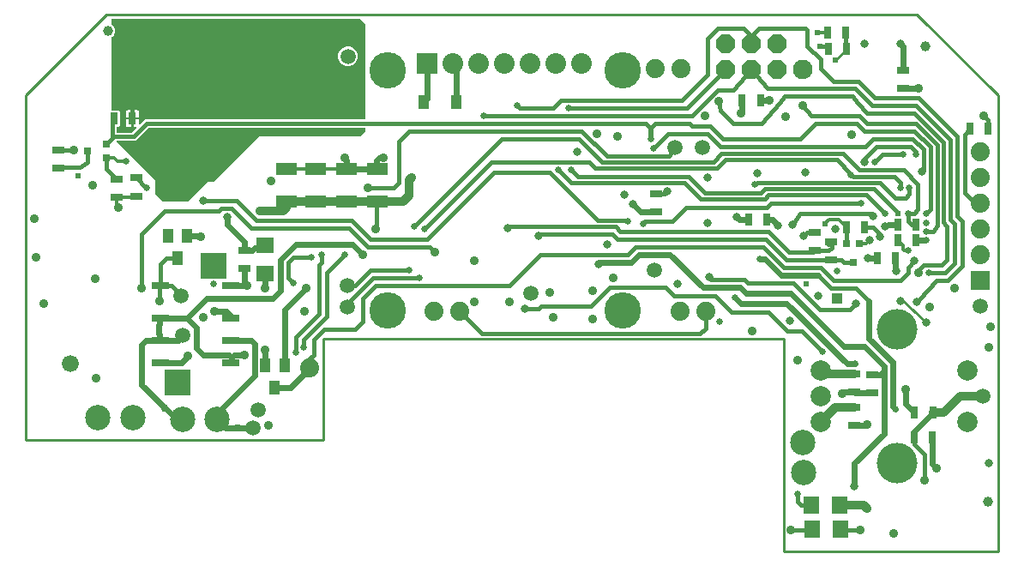
<source format=gbl>
G04 EAGLE Gerber RS-274X export*
G75*
%MOMM*%
%FSLAX34Y34*%
%LPD*%
%INBottom Copper*%
%IPPOS*%
%AMOC8*
5,1,8,0,0,1.08239X$1,22.5*%
G01*
%ADD10C,2.000000*%
%ADD11C,4.000000*%
%ADD12R,0.800000X1.200000*%
%ADD13R,2.032000X2.032000*%
%ADD14C,2.032000*%
%ADD15C,3.600000*%
%ADD16R,1.200000X0.800000*%
%ADD17R,0.700000X0.700000*%
%ADD18R,1.600000X1.800000*%
%ADD19R,2.000000X1.200000*%
%ADD20R,1.000000X1.400000*%
%ADD21C,1.000000*%
%ADD22C,1.500000*%
%ADD23C,1.879600*%
%ADD24R,1.879600X1.879600*%
%ADD25R,1.800000X0.800000*%
%ADD26R,2.500000X2.500000*%
%ADD27R,1.800000X1.600000*%
%ADD28P,2.034460X8X22.500000*%
%ADD29R,1.114600X1.361200*%
%ADD30C,0.762000*%
%ADD31C,0.914400*%
%ADD32C,0.304800*%
%ADD33C,0.609600*%
%ADD34C,0.812800*%
%ADD35C,0.635000*%
%ADD36C,0.406400*%
%ADD37C,0.609600*%
%ADD38C,0.812800*%
%ADD39C,0.603500*%
%ADD40C,2.500000*%
%ADD41C,1.676400*%
%ADD42C,1.930400*%
%ADD43C,1.016000*%
%ADD44R,1.016000X1.016000*%
%ADD45C,0.254000*%
%ADD46C,0.254000*%

G36*
X104594Y303266D02*
X104594Y303266D01*
X104602Y303265D01*
X104692Y303286D01*
X104783Y303304D01*
X104789Y303309D01*
X104797Y303311D01*
X104945Y303413D01*
X109365Y307833D01*
X109366Y307836D01*
X109369Y307837D01*
X109421Y307918D01*
X109476Y308000D01*
X109476Y308003D01*
X109478Y308005D01*
X109495Y308101D01*
X109513Y308197D01*
X109513Y308200D01*
X109513Y308202D01*
X109492Y308299D01*
X109472Y308393D01*
X109470Y308395D01*
X109470Y308398D01*
X109413Y308478D01*
X109358Y308558D01*
X109355Y308559D01*
X109354Y308561D01*
X109271Y308613D01*
X109188Y308665D01*
X109186Y308666D01*
X109184Y308667D01*
X109006Y308699D01*
X106415Y308699D01*
X106415Y316225D01*
X111941Y316225D01*
X111941Y311634D01*
X111941Y311631D01*
X111941Y311629D01*
X111961Y311534D01*
X111980Y311437D01*
X111982Y311435D01*
X111982Y311432D01*
X112038Y311352D01*
X112093Y311271D01*
X112095Y311270D01*
X112097Y311268D01*
X112180Y311215D01*
X112261Y311162D01*
X112264Y311162D01*
X112266Y311160D01*
X112362Y311144D01*
X112458Y311127D01*
X112461Y311127D01*
X112463Y311127D01*
X112557Y311149D01*
X112654Y311170D01*
X112656Y311172D01*
X112659Y311172D01*
X112807Y311275D01*
X118016Y316485D01*
X335000Y316485D01*
X335005Y316486D01*
X335010Y316485D01*
X335103Y316506D01*
X335197Y316524D01*
X335201Y316527D01*
X335206Y316528D01*
X335284Y316584D01*
X335362Y316637D01*
X335365Y316641D01*
X335369Y316644D01*
X335420Y316726D01*
X335472Y316805D01*
X335472Y316810D01*
X335475Y316815D01*
X335507Y316992D01*
X335507Y410000D01*
X335506Y410008D01*
X335507Y410015D01*
X335486Y410105D01*
X335468Y410197D01*
X335463Y410203D01*
X335461Y410211D01*
X335359Y410359D01*
X330359Y415359D01*
X330352Y415363D01*
X330348Y415369D01*
X330269Y415418D01*
X330192Y415470D01*
X330184Y415471D01*
X330177Y415475D01*
X330000Y415507D01*
X85000Y415507D01*
X84995Y415506D01*
X84990Y415507D01*
X84897Y415486D01*
X84804Y415468D01*
X84799Y415465D01*
X84794Y415464D01*
X84716Y415408D01*
X84638Y415355D01*
X84635Y415351D01*
X84631Y415348D01*
X84580Y415266D01*
X84528Y415187D01*
X84528Y415182D01*
X84525Y415177D01*
X84493Y415000D01*
X84493Y410480D01*
X84494Y410474D01*
X84493Y410467D01*
X84514Y410376D01*
X84532Y410284D01*
X84536Y410278D01*
X84538Y410272D01*
X84592Y410195D01*
X84645Y410118D01*
X84650Y410114D01*
X84654Y410109D01*
X84806Y410012D01*
X85264Y409822D01*
X87242Y407844D01*
X88313Y405259D01*
X88313Y402461D01*
X87242Y399876D01*
X85264Y397898D01*
X84806Y397708D01*
X84800Y397705D01*
X84794Y397703D01*
X84717Y397649D01*
X84640Y397597D01*
X84636Y397591D01*
X84631Y397587D01*
X84581Y397507D01*
X84529Y397429D01*
X84528Y397423D01*
X84525Y397417D01*
X84493Y397240D01*
X84493Y325780D01*
X84494Y325775D01*
X84493Y325770D01*
X84514Y325677D01*
X84532Y325583D01*
X84535Y325579D01*
X84536Y325574D01*
X84592Y325496D01*
X84645Y325418D01*
X84649Y325415D01*
X84652Y325411D01*
X84734Y325360D01*
X84813Y325308D01*
X84818Y325308D01*
X84823Y325305D01*
X85000Y325273D01*
X92242Y325273D01*
X93433Y324082D01*
X93433Y310398D01*
X92242Y309207D01*
X89972Y309207D01*
X89967Y309206D01*
X89962Y309207D01*
X89869Y309186D01*
X89775Y309168D01*
X89771Y309165D01*
X89766Y309164D01*
X89688Y309108D01*
X89610Y309055D01*
X89607Y309051D01*
X89603Y309048D01*
X89552Y308966D01*
X89500Y308887D01*
X89500Y308882D01*
X89497Y308877D01*
X89465Y308700D01*
X89465Y303772D01*
X89466Y303767D01*
X89465Y303762D01*
X89486Y303669D01*
X89504Y303575D01*
X89507Y303571D01*
X89508Y303566D01*
X89564Y303488D01*
X89617Y303410D01*
X89621Y303407D01*
X89624Y303403D01*
X89706Y303352D01*
X89785Y303300D01*
X89790Y303300D01*
X89795Y303297D01*
X89972Y303265D01*
X104586Y303265D01*
X104594Y303266D01*
G37*
G36*
X159610Y234963D02*
X159610Y234963D01*
X159709Y234966D01*
X159767Y234983D01*
X159828Y234991D01*
X159920Y235027D01*
X160015Y235055D01*
X160067Y235085D01*
X160123Y235108D01*
X160203Y235166D01*
X160289Y235216D01*
X160364Y235282D01*
X160381Y235294D01*
X160388Y235304D01*
X160410Y235323D01*
X179580Y254493D01*
X185000Y254493D01*
X185008Y254494D01*
X185015Y254493D01*
X185105Y254514D01*
X185197Y254532D01*
X185203Y254537D01*
X185211Y254539D01*
X185359Y254641D01*
X230210Y299493D01*
X330000Y299493D01*
X330008Y299494D01*
X330015Y299493D01*
X330105Y299514D01*
X330197Y299532D01*
X330203Y299537D01*
X330211Y299539D01*
X330359Y299641D01*
X335359Y304641D01*
X335363Y304648D01*
X335369Y304652D01*
X335418Y304731D01*
X335470Y304808D01*
X335471Y304816D01*
X335475Y304823D01*
X335507Y305000D01*
X335507Y307848D01*
X335506Y307853D01*
X335507Y307858D01*
X335486Y307951D01*
X335468Y308045D01*
X335465Y308049D01*
X335464Y308054D01*
X335408Y308132D01*
X335355Y308210D01*
X335351Y308213D01*
X335348Y308217D01*
X335266Y308268D01*
X335187Y308320D01*
X335182Y308320D01*
X335177Y308323D01*
X335000Y308355D01*
X121594Y308355D01*
X121586Y308354D01*
X121578Y308355D01*
X121488Y308334D01*
X121397Y308316D01*
X121391Y308311D01*
X121383Y308309D01*
X121235Y308207D01*
X119742Y306714D01*
X119742Y306713D01*
X119498Y306470D01*
X108164Y295135D01*
X90372Y295135D01*
X90369Y295135D01*
X90367Y295135D01*
X90272Y295115D01*
X90175Y295096D01*
X90173Y295094D01*
X90171Y295094D01*
X90090Y295038D01*
X90010Y294983D01*
X90008Y294981D01*
X90006Y294979D01*
X89953Y294896D01*
X89900Y294815D01*
X89900Y294812D01*
X89899Y294810D01*
X89882Y294714D01*
X89865Y294618D01*
X89865Y294615D01*
X89865Y294613D01*
X89887Y294519D01*
X89908Y294422D01*
X89910Y294420D01*
X89911Y294417D01*
X90013Y294269D01*
X119130Y265153D01*
X119139Y265078D01*
X119142Y264979D01*
X119159Y264921D01*
X119167Y264860D01*
X119203Y264768D01*
X119231Y264673D01*
X119261Y264621D01*
X119284Y264565D01*
X119342Y264485D01*
X119392Y264399D01*
X119458Y264324D01*
X119470Y264307D01*
X119480Y264300D01*
X119499Y264279D01*
X127763Y256014D01*
X127763Y243840D01*
X127775Y243742D01*
X127778Y243643D01*
X127789Y243605D01*
X127790Y243599D01*
X127796Y243580D01*
X127803Y243524D01*
X127839Y243432D01*
X127867Y243337D01*
X127884Y243308D01*
X127888Y243296D01*
X127902Y243273D01*
X127920Y243229D01*
X127978Y243149D01*
X128028Y243063D01*
X128053Y243036D01*
X128058Y243027D01*
X128070Y243016D01*
X128094Y242988D01*
X128106Y242971D01*
X128116Y242964D01*
X128135Y242943D01*
X135755Y235323D01*
X135833Y235262D01*
X135905Y235194D01*
X135958Y235165D01*
X136006Y235128D01*
X136097Y235088D01*
X136183Y235040D01*
X136242Y235025D01*
X136298Y235001D01*
X136396Y234986D01*
X136491Y234961D01*
X136591Y234955D01*
X136612Y234951D01*
X136624Y234953D01*
X136652Y234951D01*
X159512Y234951D01*
X159610Y234963D01*
G37*
%LPC*%
G36*
X316120Y369087D02*
X316120Y369087D01*
X312616Y370539D01*
X309935Y373220D01*
X308483Y376724D01*
X308483Y380516D01*
X309935Y384020D01*
X312616Y386701D01*
X313155Y386925D01*
X314379Y387432D01*
X314380Y387432D01*
X315604Y387939D01*
X316120Y388153D01*
X319912Y388153D01*
X323416Y386701D01*
X326097Y384020D01*
X327549Y380516D01*
X327549Y376724D01*
X326097Y373220D01*
X323416Y370539D01*
X322372Y370106D01*
X321148Y369599D01*
X321147Y369599D01*
X319923Y369092D01*
X319912Y369087D01*
X316120Y369087D01*
G37*
%LPD*%
%LPC*%
G36*
X106415Y318255D02*
X106415Y318255D01*
X106415Y325781D01*
X109735Y325781D01*
X110381Y325608D01*
X110960Y325273D01*
X111433Y324800D01*
X111768Y324221D01*
X111941Y323575D01*
X111941Y318255D01*
X106415Y318255D01*
G37*
%LPD*%
%LPC*%
G36*
X98859Y318255D02*
X98859Y318255D01*
X98859Y323575D01*
X99032Y324221D01*
X99367Y324800D01*
X99840Y325273D01*
X100419Y325608D01*
X101065Y325781D01*
X104385Y325781D01*
X104385Y318255D01*
X98859Y318255D01*
G37*
%LPD*%
%LPC*%
G36*
X101065Y308699D02*
X101065Y308699D01*
X100419Y308872D01*
X99840Y309207D01*
X99367Y309680D01*
X99032Y310259D01*
X98859Y310905D01*
X98859Y316225D01*
X104385Y316225D01*
X104385Y308699D01*
X101065Y308699D01*
G37*
%LPD*%
%LPC*%
G36*
X105399Y317239D02*
X105399Y317239D01*
X105399Y317241D01*
X105401Y317241D01*
X105401Y317239D01*
X105399Y317239D01*
G37*
%LPD*%
D10*
X785070Y68600D03*
X785070Y17800D03*
X785070Y43200D03*
D11*
X860000Y-22840D03*
X860000Y109240D03*
D10*
X929850Y17800D03*
X929850Y68600D03*
D12*
X828277Y210058D03*
X810277Y210058D03*
D13*
X396320Y371420D03*
D14*
X421720Y371420D03*
X447120Y371420D03*
X472520Y371420D03*
X497920Y371420D03*
X523320Y371420D03*
D15*
X589120Y127820D03*
X357120Y127820D03*
X357120Y364820D03*
X589120Y364820D03*
D14*
X548720Y371420D03*
D16*
X817880Y13860D03*
X817880Y31860D03*
X817880Y46880D03*
X817880Y64880D03*
D12*
X879077Y212598D03*
X861077Y212598D03*
D16*
X779399Y204707D03*
X779399Y186707D03*
X795401Y177817D03*
X795401Y195817D03*
D12*
X858757Y179578D03*
X840757Y179578D03*
X879077Y197358D03*
X861077Y197358D03*
D17*
X810237Y193908D03*
X823237Y193908D03*
X816737Y175408D03*
D12*
X877206Y2413D03*
X895206Y2413D03*
D18*
X776321Y-88138D03*
X804321Y-88138D03*
D16*
X89662Y239666D03*
X89662Y257666D03*
X109347Y240555D03*
X109347Y258555D03*
D19*
X317119Y235079D03*
X317119Y267079D03*
X286639Y235079D03*
X286639Y267079D03*
X347218Y235587D03*
X347218Y267587D03*
X257429Y235079D03*
X257429Y267079D03*
D20*
X246001Y51741D03*
X255501Y73741D03*
X236501Y73741D03*
D21*
X81280Y403860D03*
X888619Y388366D03*
X949960Y-60960D03*
D12*
X950324Y306832D03*
X932324Y306832D03*
D16*
X866140Y346600D03*
X866140Y364600D03*
D22*
X229616Y29591D03*
D23*
X621411Y366522D03*
X646811Y366522D03*
D24*
X942340Y157480D03*
D23*
X942340Y182880D03*
X942340Y208280D03*
X942340Y233680D03*
X942340Y259080D03*
X942340Y284480D03*
D12*
X725280Y335280D03*
X707280Y335280D03*
D25*
X202640Y152300D03*
X132640Y152300D03*
X202640Y120300D03*
X132640Y120300D03*
X202640Y98300D03*
X132640Y98300D03*
X202640Y76300D03*
X132640Y76300D03*
D26*
X185140Y171800D03*
X150140Y56800D03*
D16*
X215900Y186800D03*
X215900Y168800D03*
D20*
X149860Y179500D03*
X159360Y201500D03*
X140360Y201500D03*
D27*
X236220Y163800D03*
X236220Y191800D03*
D16*
X622300Y224680D03*
X622300Y242680D03*
D12*
X731630Y217170D03*
X713630Y217170D03*
D18*
X775940Y-64770D03*
X803940Y-64770D03*
D28*
X690880Y365760D03*
X690880Y391160D03*
X716280Y365760D03*
X716280Y391160D03*
X741680Y365760D03*
X741680Y391160D03*
D16*
X835660Y46372D03*
X835660Y64372D03*
D22*
X498348Y144526D03*
D23*
X280670Y71120D03*
D22*
X641350Y288290D03*
X317500Y152400D03*
X317500Y130810D03*
X153670Y142240D03*
X621030Y167640D03*
X668020Y288290D03*
X154940Y102870D03*
X224790Y11430D03*
X942340Y132080D03*
X944880Y43180D03*
D12*
X895460Y26670D03*
X877460Y26670D03*
D22*
X318016Y378620D03*
D23*
X402844Y127000D03*
X428244Y127000D03*
X645668Y127000D03*
X671068Y127000D03*
D17*
X79500Y291710D03*
X79500Y278710D03*
X61000Y285210D03*
D16*
X32300Y268000D03*
X32300Y286000D03*
D12*
X105400Y317240D03*
X87400Y317240D03*
X810160Y385670D03*
X792160Y385670D03*
X791880Y402100D03*
X809880Y402100D03*
D29*
X393256Y333800D03*
X425264Y333800D03*
D30*
X137000Y31000D03*
X209000Y12000D03*
D31*
X68580Y158750D03*
X17780Y134620D03*
X8890Y218440D03*
X66040Y251460D03*
D32*
X89662Y239666D02*
X108458Y239666D01*
X109347Y240555D01*
X89662Y239666D02*
X89662Y230886D01*
X91440Y229108D01*
D31*
X91440Y229108D03*
X193040Y322072D03*
X136398Y342900D03*
X242062Y255270D03*
D32*
X257429Y267079D02*
X286639Y267079D01*
D33*
X317119Y267079D02*
X346710Y267079D01*
D32*
X347218Y267587D01*
D33*
X317119Y267079D02*
X317119Y275971D01*
X314960Y278130D01*
D31*
X314960Y278130D03*
D32*
X317119Y267079D02*
X286639Y267079D01*
D34*
X833120Y196850D03*
D35*
X889000Y196850D03*
D31*
X881380Y346710D03*
X892810Y130810D03*
X951230Y91440D03*
D34*
X951230Y-22860D03*
D31*
X856996Y-92710D03*
X160020Y82550D03*
D33*
X153770Y76300D02*
X132640Y76300D01*
X153770Y76300D02*
X160020Y82550D01*
D31*
X69850Y60960D03*
X175260Y120650D03*
D35*
X185420Y153670D03*
D31*
X275590Y127000D03*
X353060Y278130D03*
D33*
X349250Y278130D01*
X346710Y275590D01*
X346710Y268095D01*
D32*
X347218Y267587D01*
D31*
X560070Y119380D03*
X580390Y160020D03*
D34*
X574040Y193040D03*
X673100Y214122D03*
X722630Y262890D03*
X673100Y259080D03*
D31*
X670560Y320040D03*
D34*
X544830Y284480D03*
D31*
X750570Y318770D03*
D33*
X734060Y335280D02*
X725280Y335280D01*
D31*
X734060Y335280D03*
D35*
X801370Y166370D03*
D34*
X768350Y201422D03*
D31*
X186690Y127000D03*
X236220Y88900D03*
X240030Y13970D03*
D34*
X599440Y232410D03*
D33*
X731630Y217170D02*
X737616Y217170D01*
X742950Y211836D01*
D34*
X742950Y211836D03*
D33*
X858757Y179578D02*
X858757Y167403D01*
X859790Y166370D01*
D34*
X859790Y166370D03*
D33*
X879077Y197358D02*
X888492Y197358D01*
D32*
X889000Y196850D01*
X830178Y193908D02*
X823237Y193908D01*
X830178Y193908D02*
X833120Y196850D01*
D31*
X945642Y320040D03*
D34*
X199390Y219710D03*
D33*
X215900Y186800D02*
X223630Y186800D01*
X226060Y189230D01*
X233650Y189230D01*
D32*
X236220Y191800D01*
D33*
X817880Y13860D02*
X829200Y13860D01*
X830580Y15240D01*
D31*
X830580Y15240D03*
D33*
X817880Y46880D02*
X807610Y46880D01*
X806450Y45720D01*
D31*
X806450Y45720D03*
D33*
X236501Y73741D02*
X236501Y89181D01*
D36*
X202640Y120300D02*
X202640Y122480D01*
D33*
X198120Y127000D01*
X186690Y127000D01*
X236220Y88900D02*
X236501Y89181D01*
X607170Y224680D02*
X622300Y224680D01*
X607170Y224680D02*
X599440Y232410D01*
X866140Y346600D02*
X881270Y346600D01*
D36*
X881380Y346710D01*
D33*
X199390Y219710D02*
X199390Y212090D01*
X215900Y195580D01*
X215900Y186800D01*
D37*
X770890Y153670D03*
D35*
X151130Y289560D03*
X143510Y289560D03*
X135890Y289560D03*
X133350Y281940D03*
X140970Y281940D03*
X148590Y281940D03*
X151130Y274320D03*
X143510Y274320D03*
X135890Y274320D03*
X133350Y266700D03*
X140970Y266700D03*
X148590Y266700D03*
D34*
X754380Y117856D03*
D36*
X771635Y204707D02*
X779399Y204707D01*
X771635Y204707D02*
X768350Y201422D01*
X950324Y306832D02*
X950324Y315358D01*
X945642Y320040D01*
D31*
X517398Y145796D03*
X830580Y-68072D03*
D38*
X827278Y-64770D02*
X803940Y-64770D01*
X827278Y-64770D02*
X830580Y-68072D01*
D34*
X643636Y154178D03*
D33*
X818388Y46372D02*
X835660Y46372D01*
D36*
X818388Y46372D02*
X817880Y46880D01*
D31*
X442976Y136144D03*
D33*
X222760Y98300D02*
X202640Y98300D01*
X226060Y95000D02*
X226060Y63500D01*
X226060Y95000D02*
X222760Y98300D01*
D36*
X105400Y317240D02*
X105400Y325530D01*
X105200Y325730D01*
D39*
X105000Y405000D03*
X115000Y405000D03*
X125000Y405000D03*
X135000Y405000D03*
X145000Y405000D03*
X155000Y405000D03*
X165000Y405000D03*
X175000Y405000D03*
X185000Y405000D03*
X195000Y405000D03*
X205000Y405000D03*
X215000Y405000D03*
X225000Y405000D03*
X235000Y405000D03*
X245000Y405000D03*
X255000Y405000D03*
X265000Y405000D03*
X275000Y405000D03*
X110000Y395000D03*
X120000Y395000D03*
X130000Y395000D03*
X140000Y395000D03*
X150000Y395000D03*
X160000Y395000D03*
X170000Y395000D03*
X180000Y395000D03*
X190000Y395000D03*
X200000Y395000D03*
X210000Y395000D03*
X220000Y395000D03*
X230000Y395000D03*
X240000Y395000D03*
X250000Y395000D03*
X260000Y395000D03*
X270000Y395000D03*
X280000Y395000D03*
X105000Y385000D03*
X115000Y385000D03*
X125000Y385000D03*
X135000Y385000D03*
X145000Y385000D03*
X155000Y385000D03*
X165000Y385000D03*
X175000Y385000D03*
X185000Y385000D03*
X195000Y385000D03*
X205000Y385000D03*
X215000Y385000D03*
X225000Y385000D03*
X235000Y385000D03*
X245000Y385000D03*
X255000Y385000D03*
X265000Y385000D03*
X275000Y385000D03*
X110000Y375000D03*
X120000Y375000D03*
X130000Y375000D03*
X140000Y375000D03*
X150000Y375000D03*
X160000Y375000D03*
X170000Y375000D03*
X180000Y375000D03*
X190000Y375000D03*
X200000Y375000D03*
X210000Y375000D03*
X220000Y375000D03*
X230000Y375000D03*
X240000Y375000D03*
X250000Y375000D03*
X260000Y375000D03*
X95000Y365000D03*
X105000Y365000D03*
X115000Y365000D03*
X125000Y365000D03*
X100000Y355000D03*
X110000Y355000D03*
X120000Y355000D03*
X130000Y355000D03*
X95000Y345000D03*
X105000Y345000D03*
X115000Y345000D03*
X125000Y345000D03*
X100000Y335000D03*
X110000Y335000D03*
X120000Y335000D03*
X130000Y335000D03*
D32*
X782600Y402100D02*
X791880Y402100D01*
X782600Y402100D02*
X782500Y402200D01*
X781598Y402200D01*
X781198Y401800D01*
D39*
X781198Y401800D03*
D36*
X105400Y329600D02*
X105400Y317240D01*
X105400Y329600D02*
X100000Y335000D01*
D39*
X290700Y324300D03*
X300900Y324300D03*
X312100Y324700D03*
X323100Y325100D03*
D33*
X396320Y336864D02*
X396320Y371420D01*
X396320Y336864D02*
X393256Y333800D01*
D37*
X52000Y261000D03*
D40*
X71000Y22000D03*
X189000Y20000D03*
D33*
X197570Y11430D02*
X224790Y11430D01*
X197570Y11430D02*
X189000Y20000D01*
X209000Y12000D02*
X209570Y11430D01*
X224790Y11430D01*
X189000Y20000D02*
X189000Y26440D01*
X226060Y63500D01*
D36*
X810237Y193908D02*
X810237Y210018D01*
X810277Y210058D01*
D37*
X789432Y212852D03*
D32*
X789432Y213868D01*
X792988Y217424D01*
X802640Y217424D01*
X803656Y216408D01*
X803927Y216408D01*
X810277Y210058D01*
D41*
X44450Y75438D03*
D31*
X47380Y285950D03*
X815340Y300990D03*
X559816Y146812D03*
X520700Y120650D03*
X477520Y136144D03*
D36*
X32420Y285880D02*
X32300Y286000D01*
X47310Y285880D02*
X47380Y285950D01*
X47310Y285880D02*
X32420Y285880D01*
D39*
X783800Y388900D03*
D36*
X788930Y388900D01*
X792160Y385670D01*
D35*
X314960Y182880D03*
X274320Y91440D03*
D36*
X297180Y121920D02*
X297180Y165100D01*
X314960Y182880D01*
X297180Y121920D02*
X274320Y99060D01*
X274320Y91440D01*
D35*
X292100Y182880D03*
X266700Y86360D03*
D36*
X289560Y124460D02*
X289560Y172720D01*
X292100Y175260D01*
X292100Y182880D01*
X289560Y124460D02*
X266700Y101600D01*
X266700Y86360D01*
X274320Y71120D02*
X280670Y71120D01*
D34*
X877570Y176530D03*
D33*
X261291Y51741D02*
X246001Y51741D01*
X261291Y51741D02*
X280670Y71120D01*
D36*
X280670Y80010D01*
X284480Y83820D01*
X284480Y99060D01*
X294640Y109220D01*
X325120Y109220D01*
X332740Y116840D01*
X332740Y139700D01*
X345440Y152400D01*
X477520Y152400D01*
X508000Y182880D01*
X594360Y182880D01*
X601980Y190500D01*
X727964Y190500D01*
X748284Y170180D01*
X784860Y170180D01*
X797560Y157480D01*
X863600Y157480D01*
X871220Y165100D01*
X871220Y170180D01*
X877570Y176530D01*
D34*
X843280Y200660D03*
D36*
X843280Y203200D01*
X836422Y210058D01*
X828277Y210058D01*
D35*
X594360Y215900D03*
D34*
X175260Y236220D03*
D36*
X228092Y216408D02*
X322072Y216408D01*
X340360Y198120D01*
X396240Y198120D01*
X462280Y264160D01*
X517550Y264160D01*
X564690Y217020D01*
X593240Y217020D01*
X594360Y215900D01*
X228092Y216408D02*
X208280Y236220D01*
X175260Y236220D01*
D31*
X337820Y248920D03*
D36*
X363220Y248920D01*
X368300Y254000D01*
X368300Y294640D01*
X378460Y304800D01*
X548640Y304800D01*
X574040Y280416D01*
D35*
X889000Y205740D03*
D36*
X635000Y280416D02*
X574040Y280416D01*
X635000Y280416D02*
X641350Y288290D01*
X889000Y205740D02*
X895604Y205740D01*
X900176Y211836D01*
X900176Y291084D01*
X878840Y312420D01*
X830580Y312420D01*
X822960Y320040D01*
X775970Y320040D01*
D42*
X767080Y365760D03*
D36*
X767080Y330200D02*
X775970Y320040D01*
D31*
X767080Y330200D03*
D35*
X700532Y140208D03*
D33*
X706120Y134620D02*
X751332Y134620D01*
D35*
X818896Y75184D03*
D33*
X706120Y134620D02*
X700532Y140208D01*
X751332Y134620D02*
X810768Y75184D01*
X818896Y75184D01*
D38*
X817880Y64880D02*
X788790Y64880D01*
D43*
X785070Y68600D01*
D38*
X799130Y31860D02*
X817880Y31860D01*
X799130Y31860D02*
X785070Y17800D01*
D35*
X724916Y178308D03*
D33*
X832612Y136652D02*
X832612Y100076D01*
X855980Y76708D01*
X855980Y33020D01*
X858520Y30480D01*
D35*
X858520Y30480D03*
D33*
X782320Y162560D02*
X745744Y162560D01*
D36*
X782320Y162560D02*
X795020Y149860D01*
D33*
X745744Y162560D02*
X729996Y178308D01*
X724916Y178308D01*
D36*
X795020Y149860D02*
X819404Y149860D01*
X832612Y136652D01*
D35*
X538480Y266700D03*
D37*
X860806Y223774D03*
D36*
X654304Y260096D02*
X545084Y260096D01*
X538480Y266700D01*
X860806Y223774D02*
X861060Y224028D01*
X837184Y247904D01*
X729488Y247904D01*
X725424Y243840D01*
X670560Y243840D01*
X654304Y260096D01*
D35*
X485140Y330200D03*
D36*
X487680Y327660D01*
X520700Y327660D01*
X528320Y335280D01*
X647700Y335280D01*
X673100Y360680D01*
X673100Y396240D01*
X683260Y406400D01*
X708660Y406400D01*
X716280Y398780D01*
X716280Y391160D01*
D34*
X880110Y135890D03*
D36*
X882650Y138430D01*
X899160Y157480D01*
X910336Y157480D01*
X924560Y171704D01*
X924560Y215900D01*
X919480Y220980D01*
X919480Y299720D01*
X769620Y406400D02*
X723900Y406400D01*
X716280Y398780D01*
X881380Y337820D02*
X919480Y299720D01*
X771716Y404304D02*
X769620Y406400D01*
X784600Y375483D02*
X784600Y366300D01*
X771716Y388367D02*
X771716Y404304D01*
X771716Y388367D02*
X784600Y375483D01*
X784600Y366300D02*
X797294Y353606D01*
X822175Y353606D01*
X837961Y337820D01*
X881380Y337820D01*
D35*
X535940Y327660D03*
D36*
X652780Y327660D01*
X690880Y365760D01*
D31*
X881380Y165100D03*
D36*
X881380Y167640D01*
X886460Y172720D01*
X904240Y172720D01*
X909320Y177800D01*
X909320Y210820D01*
X906272Y214884D01*
X906272Y293624D01*
D31*
X684530Y334010D03*
D36*
X877316Y322580D02*
X906272Y293624D01*
X877316Y322580D02*
X830580Y322580D01*
X821690Y332740D01*
X744220Y332740D02*
X726440Y312420D01*
X698500Y312420D01*
X685800Y325120D01*
X684530Y334010D01*
X744220Y332740D02*
X749300Y339090D01*
X816610Y339090D01*
X821690Y332740D01*
D35*
X452120Y320040D03*
D36*
X657860Y320040D01*
D35*
X891540Y165100D03*
D36*
X907796Y165100D01*
X916940Y174244D01*
X916940Y213360D01*
X912876Y217424D01*
X912876Y296164D01*
X819150Y346710D02*
X732790Y346710D01*
X716280Y365760D01*
X878840Y330200D02*
X912876Y296164D01*
X878840Y330200D02*
X835660Y330200D01*
X819150Y346710D01*
X683260Y345440D02*
X657860Y320040D01*
X683260Y345440D02*
X698500Y345440D01*
X716280Y365760D01*
D35*
X863600Y248920D03*
X814832Y261620D03*
D36*
X317500Y134620D02*
X317500Y130810D01*
X317500Y134620D02*
X342900Y160020D01*
X459740Y274320D02*
X556260Y274320D01*
X459740Y274320D02*
X393700Y208280D01*
D35*
X393700Y208280D03*
X388620Y160020D03*
D36*
X342900Y160020D01*
X863600Y248920D02*
X863600Y254000D01*
X857504Y260096D01*
X817372Y260096D01*
X814832Y261620D01*
X814832Y262128D01*
X800608Y276352D01*
X690880Y276352D01*
X682752Y268224D01*
X562356Y268224D01*
X556260Y274320D01*
D35*
X871220Y223520D03*
D36*
X874522Y212598D02*
X879077Y212598D01*
X874522Y212598D02*
X871220Y215900D01*
X325120Y152400D02*
X317500Y152400D01*
X325120Y152400D02*
X340360Y167640D01*
X378460Y167640D01*
X871220Y215900D02*
X871220Y223520D01*
X876808Y223520D01*
X880872Y227584D01*
X880872Y251968D01*
X568960Y274320D02*
X546100Y297180D01*
X469900Y297180D01*
X383540Y210820D01*
D35*
X383540Y210820D03*
X378460Y167640D03*
D36*
X822960Y266192D02*
X866648Y266192D01*
X880872Y251968D01*
X678688Y274320D02*
X568960Y274320D01*
X678688Y274320D02*
X686816Y282448D01*
X806704Y282448D01*
X822960Y266192D01*
D35*
X525780Y266700D03*
X848360Y223520D03*
D36*
X650240Y254000D02*
X538480Y254000D01*
X525780Y266700D01*
X650240Y254000D02*
X666496Y237744D01*
X729488Y237744D01*
X733552Y241808D01*
X830072Y241808D01*
X848360Y223520D01*
D35*
X871220Y186690D03*
D32*
X867410Y186690D01*
X866140Y187960D01*
X866140Y192295D01*
X861077Y197358D01*
D34*
X831342Y179070D03*
D33*
X840249Y179070D01*
D32*
X840757Y179578D01*
D34*
X633730Y245110D03*
D32*
X622410Y242570D02*
X622300Y242680D01*
D34*
X702310Y219710D03*
D31*
X899160Y-27940D03*
X952500Y111760D03*
X916940Y149860D03*
X762000Y78740D03*
D34*
X782320Y142240D03*
X799084Y207772D03*
X769620Y264160D03*
X828040Y391160D03*
D33*
X866140Y388620D02*
X866140Y364600D01*
X866140Y388620D02*
X863600Y391160D01*
D34*
X863600Y391160D03*
D33*
X707280Y335280D02*
X707280Y323740D01*
X706120Y322580D01*
D31*
X706120Y322580D03*
X584200Y299720D03*
X563880Y302260D03*
X10160Y180340D03*
D33*
X159360Y201500D02*
X171880Y201500D01*
X172720Y200660D01*
D31*
X172720Y200660D03*
X276860Y149860D03*
D33*
X236220Y149860D02*
X236220Y163800D01*
D31*
X236220Y149860D03*
D33*
X218340Y152300D02*
X202640Y152300D01*
D32*
X218340Y152300D02*
X218440Y152400D01*
D31*
X218440Y152400D03*
D33*
X215900Y154940D02*
X215900Y168800D01*
X215900Y154940D02*
X218440Y152400D01*
X255501Y128501D02*
X276860Y149860D01*
X851662Y212598D02*
X861077Y212598D01*
X851662Y212598D02*
X848360Y210820D01*
D34*
X848360Y210820D03*
D36*
X631190Y242570D02*
X622410Y242570D01*
X631190Y242570D02*
X633730Y245110D01*
D33*
X255501Y128501D02*
X255501Y73741D01*
D36*
X937260Y233680D02*
X942340Y233680D01*
X937260Y233680D02*
X927100Y243840D01*
X927100Y301608D01*
D33*
X713630Y217170D02*
X704850Y217170D01*
X702310Y219710D01*
X895206Y2413D02*
X895206Y-23986D01*
X899160Y-27940D01*
D36*
X927100Y301608D02*
X932324Y306832D01*
D31*
X717296Y107696D03*
X442976Y176784D03*
D33*
X425264Y367876D02*
X421720Y371420D01*
X425264Y367876D02*
X425264Y333800D01*
D35*
X838200Y274320D03*
X866140Y281940D03*
D36*
X845820Y281940D01*
X838200Y274320D01*
D34*
X828040Y274320D03*
D35*
X878840Y281940D03*
D36*
X878840Y284480D01*
X873760Y289560D01*
X839724Y289560D01*
X828040Y277876D01*
X828040Y274320D01*
X816737Y175408D02*
X807572Y175408D01*
X805180Y177800D01*
X795418Y177800D01*
X795401Y177817D01*
X750807Y177817D01*
X730504Y198120D01*
X579120Y203200D02*
X508000Y203200D01*
X584200Y198120D02*
X730504Y198120D01*
X584200Y198120D02*
X579120Y203200D01*
X508000Y203200D02*
X505968Y201168D01*
D34*
X505968Y201168D03*
D31*
X215900Y83820D03*
D33*
X205740Y83820D01*
X203200Y81280D01*
X203200Y76860D01*
D36*
X202640Y76300D01*
D33*
X132080Y114300D02*
X131009Y113229D01*
X132080Y114300D02*
X132080Y119740D01*
D36*
X132640Y120300D01*
D33*
X200660Y83820D02*
X203200Y81280D01*
X200660Y83820D02*
X175260Y83820D01*
X168910Y90170D01*
X168910Y110490D01*
X159100Y120300D01*
X132640Y120300D01*
D31*
X332740Y182880D03*
D33*
X322580Y193040D01*
X266700Y193040D01*
X251460Y177800D01*
X251460Y147320D01*
X243840Y139700D01*
X178500Y139700D01*
X159100Y120300D01*
X132080Y104140D02*
X131009Y105211D01*
X132080Y104140D02*
X132080Y98860D01*
D36*
X132640Y98300D01*
D33*
X150370Y98300D01*
X114300Y93726D02*
X114300Y54420D01*
X114300Y93726D02*
X118872Y98298D01*
X132638Y98298D01*
X132640Y98300D01*
X150370Y98300D02*
X154940Y102870D01*
X131009Y105211D02*
X131009Y113229D01*
D40*
X155000Y20000D03*
D33*
X148720Y20000D01*
X137720Y31000D02*
X114300Y54420D01*
X137000Y31000D02*
X137720Y31000D01*
X148720Y20000D01*
D38*
X895460Y26670D02*
X906018Y26670D01*
X922528Y43180D01*
X944880Y43180D01*
D33*
X877206Y8416D02*
X877206Y2413D01*
X877206Y8416D02*
X895460Y26670D01*
D31*
X886968Y-39624D03*
D36*
X877206Y-1414D02*
X877206Y2413D01*
X877206Y-1414D02*
X877316Y-1524D01*
X877316Y-4572D01*
X886968Y-14224D01*
X886968Y-39624D01*
D34*
X817880Y-45720D03*
X565404Y173736D03*
D33*
X817880Y-23368D02*
X817880Y-45720D01*
X817880Y-23368D02*
X847344Y6096D01*
X847344Y68072D01*
X847344Y72644D01*
X828040Y91948D01*
X807720Y91948D01*
X705104Y150368D02*
X668528Y150368D01*
X705104Y150368D02*
X711200Y144272D01*
X755396Y144272D01*
X807720Y91948D01*
X835660Y64372D02*
X843644Y64372D01*
X847344Y68072D01*
X668528Y150368D02*
X636016Y182880D01*
X605536Y182880D01*
X597408Y174752D01*
X566420Y174752D01*
X565404Y173736D01*
D35*
X872490Y248920D03*
X719836Y251968D03*
D36*
X872490Y248920D02*
X872490Y242570D01*
X868680Y238760D01*
X858520Y238760D01*
X843280Y254000D01*
X721868Y254000D01*
X719836Y251968D01*
D35*
X617220Y297180D03*
D36*
X617220Y307340D01*
X612140Y312420D01*
X119700Y312420D01*
D35*
X889000Y223012D03*
D36*
X657860Y309880D02*
X655320Y312420D01*
X621521Y312420D01*
X616712Y307611D01*
X616712Y297688D01*
X617220Y297180D01*
X893064Y289052D02*
X893064Y227584D01*
X889000Y223012D01*
X675640Y309880D02*
X657860Y309880D01*
X675640Y309880D02*
X688340Y297180D01*
X764540Y297180D01*
X779780Y312420D01*
X877316Y304800D02*
X893064Y289052D01*
X877316Y304800D02*
X828040Y304800D01*
X820420Y312420D01*
X779780Y312420D01*
X87400Y317240D02*
X85400Y315240D01*
X106480Y299200D02*
X119700Y312420D01*
X85400Y297610D02*
X79500Y291710D01*
X85400Y299900D02*
X85400Y315240D01*
X85400Y299900D02*
X85400Y297610D01*
X86100Y299200D02*
X85400Y299900D01*
X86100Y299200D02*
X106480Y299200D01*
D35*
X119380Y248920D03*
D36*
X118982Y248920D01*
X109347Y258555D01*
D40*
X106000Y22000D03*
D34*
X884428Y264668D03*
D35*
X619760Y288036D03*
D36*
X633984Y302260D02*
X673100Y302260D01*
X633984Y302260D02*
X619760Y288036D01*
X829056Y289560D02*
X836676Y297180D01*
X875792Y297180D01*
X886460Y286512D01*
X886460Y266700D01*
X685800Y289560D02*
X673100Y302260D01*
X685800Y289560D02*
X829056Y289560D01*
X884428Y264668D02*
X886460Y266700D01*
D34*
X836930Y220980D03*
X756920Y212090D03*
D36*
X764540Y223520D02*
X834390Y223520D01*
X764540Y223520D02*
X756920Y212090D01*
X834390Y223520D02*
X836930Y220980D01*
D31*
X132080Y137160D03*
D36*
X132080Y151740D01*
X132640Y152300D01*
X132640Y173280D01*
X138860Y179500D01*
X149860Y179500D01*
X143610Y152300D02*
X132640Y152300D01*
X143610Y152300D02*
X153670Y142240D01*
D44*
X801116Y139446D03*
D31*
X114300Y149860D03*
D36*
X114300Y203200D01*
X137160Y226060D01*
X223012Y208788D02*
X319532Y208788D01*
X190500Y226060D02*
X137160Y226060D01*
X190500Y226060D02*
X193040Y228600D01*
X203200Y228600D01*
X223012Y208788D01*
X319532Y208788D02*
X337820Y190500D01*
X398780Y190500D01*
X403860Y185420D01*
D31*
X403860Y185420D03*
D35*
X684784Y116840D03*
D31*
X823468Y-88900D03*
D36*
X807115Y-88900D01*
X804321Y-88138D01*
D40*
X768000Y-32000D03*
X767000Y-3000D03*
D34*
X674624Y160528D03*
D36*
X757936Y154432D02*
X783844Y128524D01*
D34*
X819912Y134874D03*
D36*
X757936Y154432D02*
X713232Y154432D01*
X709168Y158496D01*
X676656Y158496D01*
X674624Y160528D01*
X783844Y128524D02*
X813562Y128524D01*
X819912Y134874D01*
D31*
X755396Y-88900D03*
D36*
X777591Y-88900D01*
X776321Y-88138D01*
D35*
X762000Y-53340D03*
D36*
X762000Y-60960D01*
X765810Y-64770D01*
X775940Y-64770D01*
D35*
X264160Y154940D03*
X281940Y180340D03*
D36*
X264160Y180340D01*
X259080Y175260D01*
X259080Y160020D01*
X264160Y154940D01*
D35*
X824992Y233680D03*
D36*
X735584Y233680D01*
X731520Y229616D01*
X652272Y229616D01*
X638048Y215392D01*
X611632Y215392D01*
X609600Y213360D01*
D35*
X609600Y213360D03*
D34*
X492506Y129540D03*
D36*
X508762Y132080D02*
X558038Y132080D01*
X576326Y150368D01*
X631952Y150368D01*
X640080Y142240D01*
X680720Y142240D01*
X696976Y125984D01*
X733552Y125984D01*
X751840Y107696D01*
X766064Y107696D01*
X786384Y87376D01*
D35*
X786384Y87376D03*
D36*
X508762Y132080D02*
X506222Y129540D01*
X492506Y129540D01*
D34*
X863917Y136843D03*
D36*
X863917Y138113D01*
X862330Y137160D01*
D45*
X864870Y138430D01*
X889000Y115570D01*
D34*
X889000Y115570D03*
D36*
X795401Y195817D02*
X792387Y192803D01*
X753872Y184912D02*
X733044Y205740D01*
X582168Y210312D02*
X476504Y210312D01*
X582168Y210312D02*
X586740Y205740D01*
X753872Y184912D02*
X777604Y184912D01*
X779399Y186707D01*
X792751Y186707D01*
X795528Y189484D01*
X795528Y195690D01*
X795401Y195817D01*
X733044Y205740D02*
X586740Y205740D01*
D34*
X475488Y209296D03*
D36*
X476504Y210312D01*
D31*
X868680Y49530D03*
D33*
X868680Y35450D01*
X877460Y26670D01*
D34*
X590804Y241808D03*
D35*
X889000Y214376D03*
D38*
X286639Y235079D02*
X257429Y235079D01*
X286639Y235079D02*
X317119Y235079D01*
D31*
X345440Y208280D03*
D38*
X346710Y235079D02*
X317119Y235079D01*
D36*
X346710Y235079D02*
X347218Y235587D01*
X346710Y235079D02*
X346710Y209550D01*
X345440Y208280D01*
D31*
X231140Y226060D03*
D38*
X257429Y229489D02*
X257429Y235079D01*
X257429Y229489D02*
X254000Y226060D01*
X231140Y226060D01*
X347218Y235587D02*
X372747Y235587D01*
X378460Y241300D01*
X378460Y256540D01*
X381000Y259080D01*
D31*
X381000Y259080D03*
D36*
X671068Y127000D02*
X671068Y110236D01*
X665480Y104648D01*
X450596Y104648D01*
X428244Y127000D01*
D35*
X99000Y274800D03*
D45*
X99500Y274300D01*
D36*
X79500Y278710D02*
X79500Y267828D01*
X89662Y257666D01*
D32*
X90840Y274800D02*
X99000Y274800D01*
X86930Y278710D02*
X79500Y278710D01*
X86930Y278710D02*
X90840Y274800D01*
D39*
X799500Y374600D03*
D45*
X810160Y385260D01*
X810160Y385670D01*
D36*
X809880Y385950D02*
X809880Y402100D01*
X809880Y385950D02*
X810160Y385670D01*
X60280Y273760D02*
X53328Y269000D01*
X33300Y269000D01*
X32300Y268000D01*
X60280Y273760D02*
X61000Y274480D01*
X61000Y285210D01*
D46*
X0Y0D02*
X293500Y0D01*
X293500Y100000D01*
X748100Y100000D01*
X748100Y-110000D01*
X960000Y-110000D01*
X960000Y340000D01*
X880028Y419972D01*
X79972Y419972D01*
X0Y340000D01*
X0Y0D01*
M02*

</source>
